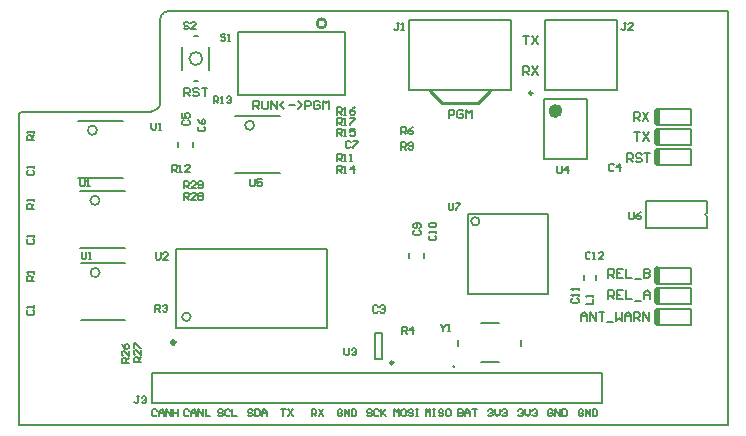
<source format=gto>
G04*
G04 #@! TF.GenerationSoftware,Altium Limited,Altium Designer,18.1.9 (240)*
G04*
G04 Layer_Color=65535*
%FSLAX44Y44*%
%MOMM*%
G71*
G01*
G75*
%ADD10C,0.2000*%
%ADD11C,0.3000*%
%ADD12C,0.1524*%
%ADD13C,0.0000*%
%ADD14C,0.2540*%
%ADD15C,0.2500*%
%ADD16C,0.6000*%
%ADD17C,0.2032*%
%ADD18C,0.5000*%
%ADD19C,0.1500*%
%ADD20C,0.1520*%
D10*
X145606Y91402D02*
G03*
X145606Y91402I-3605J0D01*
G01*
X583074Y179625D02*
G03*
X583074Y176375I0J-1625D01*
G01*
X155500Y310000D02*
G03*
X155500Y310000I-5500J0D01*
G01*
X113151Y43700D02*
X494151D01*
Y18300D02*
Y43700D01*
X113151Y18300D02*
X494151D01*
X113151D02*
Y43700D01*
X133000Y82152D02*
Y148652D01*
X261000D01*
Y82152D02*
Y148652D01*
X133000Y82152D02*
X261000D01*
X446024Y342972D02*
X506984D01*
Y283028D02*
Y342972D01*
X446024Y283028D02*
X506984D01*
X446024D02*
Y342972D01*
X583074Y179625D02*
Y189650D01*
Y166350D02*
Y176375D01*
X531074Y166350D02*
X583074D01*
X531074D02*
Y189650D01*
X583074D01*
X540510Y102216D02*
X569000D01*
Y115716D01*
X540510D02*
X569000D01*
X540510Y119488D02*
X569000D01*
Y132988D01*
X540510D02*
X569000D01*
X540510Y84436D02*
X569000D01*
Y97936D01*
X540510D02*
X569000D01*
X391160Y86090D02*
X406400D01*
X425450Y67040D02*
Y72120D01*
X391160Y53070D02*
X406400D01*
X372110Y67040D02*
Y72120D01*
X540512Y233272D02*
X569002D01*
Y219772D02*
Y233272D01*
X540512Y219772D02*
X569002D01*
X540512Y267278D02*
X569002D01*
Y253778D02*
Y267278D01*
X540512Y253778D02*
X569002D01*
X540512Y250275D02*
X569002D01*
Y236775D02*
Y250275D01*
X540512Y236775D02*
X569002D01*
X416814Y283028D02*
Y342972D01*
X330454D02*
X416814D01*
X330454Y283028D02*
Y342972D01*
Y283028D02*
X416814D01*
X185280Y278820D02*
Y332160D01*
X275958Y278820D02*
Y332160D01*
X185280D02*
X275958D01*
X185280Y278820D02*
X275958D01*
X478421Y122907D02*
Y126907D01*
X488421Y122907D02*
Y126907D01*
X135114Y235000D02*
Y239000D01*
X147614Y235000D02*
Y239000D01*
X343250Y141000D02*
Y145000D01*
X330750Y141000D02*
Y145000D01*
X301546Y55548D02*
X307546D01*
X301546Y77548D02*
X307546D01*
Y55548D02*
Y77548D01*
X301546Y55548D02*
Y77548D01*
X444542Y224690D02*
Y275690D01*
X481542Y224690D02*
Y275690D01*
X444542D02*
X481542D01*
X444542Y224690D02*
X481542D01*
X148250Y290750D02*
X151500D01*
X161500Y300500D02*
Y319500D01*
X148250Y329250D02*
X151500D01*
X138250Y300500D02*
Y319500D01*
X364000Y259332D02*
Y266829D01*
X367749D01*
X368998Y265580D01*
Y263081D01*
X367749Y261831D01*
X364000D01*
X376496Y265580D02*
X375246Y266829D01*
X372747D01*
X371498Y265580D01*
Y260581D01*
X372747Y259332D01*
X375246D01*
X376496Y260581D01*
Y263081D01*
X373997D01*
X378995Y259332D02*
Y266829D01*
X381494Y264330D01*
X383994Y266829D01*
Y259332D01*
X139850Y278000D02*
Y285498D01*
X143599D01*
X144848Y284248D01*
Y281749D01*
X143599Y280499D01*
X139850D01*
X142349D02*
X144848Y278000D01*
X152346Y284248D02*
X151096Y285498D01*
X148597D01*
X147348Y284248D01*
Y282998D01*
X148597Y281749D01*
X151096D01*
X152346Y280499D01*
Y279250D01*
X151096Y278000D01*
X148597D01*
X147348Y279250D01*
X154845Y285498D02*
X159844D01*
X157344D01*
Y278000D01*
X427000Y329498D02*
X431998D01*
X429499D01*
Y322000D01*
X434498Y329498D02*
X439496Y322000D01*
Y329498D02*
X434498Y322000D01*
X427000Y296000D02*
Y303498D01*
X430749D01*
X431998Y302248D01*
Y299749D01*
X430749Y298499D01*
X427000D01*
X429499D02*
X431998Y296000D01*
X434498Y303498D02*
X439496Y296000D01*
Y303498D02*
X434498Y296000D01*
X198651Y267000D02*
Y274498D01*
X202400D01*
X203650Y273248D01*
Y270749D01*
X202400Y269499D01*
X198651D01*
X201150D02*
X203650Y267000D01*
X206149Y274498D02*
Y268250D01*
X207398Y267000D01*
X209897D01*
X211147Y268250D01*
Y274498D01*
X213646Y267000D02*
Y274498D01*
X218645Y267000D01*
Y274498D01*
X224893Y267000D02*
X221144Y270749D01*
X224893Y274498D01*
X228641Y270749D02*
X233640D01*
X236139Y267000D02*
X239888Y270749D01*
X236139Y274498D01*
X242387Y267000D02*
Y274498D01*
X246136D01*
X247386Y273248D01*
Y270749D01*
X246136Y269499D01*
X242387D01*
X254883Y273248D02*
X253633Y274498D01*
X251134D01*
X249885Y273248D01*
Y268250D01*
X251134Y267000D01*
X253633D01*
X254883Y268250D01*
Y270749D01*
X252384D01*
X257382Y267000D02*
Y274498D01*
X259881Y271998D01*
X262381Y274498D01*
Y267000D01*
X499364Y124460D02*
Y131958D01*
X503113D01*
X504362Y130708D01*
Y128209D01*
X503113Y126959D01*
X499364D01*
X501863D02*
X504362Y124460D01*
X511860Y131958D02*
X506862D01*
Y124460D01*
X511860D01*
X506862Y128209D02*
X509361D01*
X514359Y131958D02*
Y124460D01*
X519358D01*
X521857Y123210D02*
X526855D01*
X529354Y131958D02*
Y124460D01*
X533103D01*
X534353Y125710D01*
Y126959D01*
X533103Y128209D01*
X529354D01*
X533103D01*
X534353Y129458D01*
Y130708D01*
X533103Y131958D01*
X529354D01*
X499364Y106172D02*
Y113670D01*
X503113D01*
X504362Y112420D01*
Y109921D01*
X503113Y108671D01*
X499364D01*
X501863D02*
X504362Y106172D01*
X511860Y113670D02*
X506862D01*
Y106172D01*
X511860D01*
X506862Y109921D02*
X509361D01*
X514359Y113670D02*
Y106172D01*
X519358D01*
X521857Y104922D02*
X526855D01*
X529354Y106172D02*
Y111170D01*
X531854Y113670D01*
X534353Y111170D01*
Y106172D01*
Y109921D01*
X529354D01*
X475996Y87884D02*
Y92882D01*
X478495Y95382D01*
X480994Y92882D01*
Y87884D01*
Y91633D01*
X475996D01*
X483494Y87884D02*
Y95382D01*
X488492Y87884D01*
Y95382D01*
X490991D02*
X495990D01*
X493490D01*
Y87884D01*
X498489Y86634D02*
X503487D01*
X505986Y95382D02*
Y87884D01*
X508486Y90383D01*
X510985Y87884D01*
Y95382D01*
X513484Y87884D02*
Y92882D01*
X515983Y95382D01*
X518482Y92882D01*
Y87884D01*
Y91633D01*
X513484D01*
X520982Y87884D02*
Y95382D01*
X524730D01*
X525980Y94132D01*
Y91633D01*
X524730Y90383D01*
X520982D01*
X523481D02*
X525980Y87884D01*
X528479D02*
Y95382D01*
X533478Y87884D01*
Y95382D01*
X520700Y257556D02*
Y265054D01*
X524449D01*
X525698Y263804D01*
Y261305D01*
X524449Y260055D01*
X520700D01*
X523199D02*
X525698Y257556D01*
X528198Y265054D02*
X533196Y257556D01*
Y265054D02*
X528198Y257556D01*
X520954Y247782D02*
X525952D01*
X523453D01*
Y240284D01*
X528452Y247782D02*
X533450Y240284D01*
Y247782D02*
X528452Y240284D01*
X514858Y222250D02*
Y229748D01*
X518607D01*
X519856Y228498D01*
Y225999D01*
X518607Y224749D01*
X514858D01*
X517357D02*
X519856Y222250D01*
X527354Y228498D02*
X526104Y229748D01*
X523605D01*
X522356Y228498D01*
Y227248D01*
X523605Y225999D01*
X526104D01*
X527354Y224749D01*
Y223500D01*
X526104Y222250D01*
X523605D01*
X522356Y223500D01*
X529853Y229748D02*
X534852D01*
X532352D01*
Y222250D01*
D11*
X132460Y69682D02*
G03*
X132460Y69682I-1500J0D01*
G01*
D12*
X199453Y253496D02*
G03*
X199453Y253496I-3877J0D01*
G01*
X390180Y172212D02*
G03*
X390180Y172212I-3592J0D01*
G01*
X68629Y128860D02*
G03*
X68629Y128860I-3877J0D01*
G01*
X68485Y189992D02*
G03*
X68485Y189992I-3877J0D01*
G01*
X66273Y249306D02*
G03*
X66273Y249306I-3877J0D01*
G01*
X380020Y178780D02*
X448020D01*
X380020Y110780D02*
Y178780D01*
Y110780D02*
X448020D01*
Y178780D01*
D13*
X369280Y49080D02*
G03*
X369280Y49080I-1000J0D01*
G01*
D14*
X260210Y339780D02*
G03*
X260210Y339780I-3810J0D01*
G01*
X388630Y272000D02*
X399030Y282700D01*
X358630Y272000D02*
X388630D01*
X348230Y282700D02*
X358630Y272000D01*
D15*
X317046Y52548D02*
G03*
X317046Y52548I-1250J0D01*
G01*
X434792Y280690D02*
G03*
X434792Y280690I-1250J0D01*
G01*
D16*
X457542Y265690D02*
G03*
X457542Y265690I-3000J0D01*
G01*
D17*
X188180Y213240D02*
X221180D01*
X183180D02*
X188180D01*
Y261240D02*
X221180D01*
X183180D02*
X188180D01*
X52356Y136604D02*
X57356D01*
X90356D01*
X52356Y88604D02*
X57356D01*
X90356D01*
X57212Y149736D02*
X90212D01*
X52212D02*
X57212D01*
Y197736D02*
X90212D01*
X52212D02*
X57212D01*
X55000Y209050D02*
X88000D01*
X50000D02*
X55000D01*
Y257050D02*
X88000D01*
X50000D02*
X55000D01*
D18*
X540760Y103696D02*
Y114196D01*
Y120968D02*
Y131468D01*
Y85916D02*
Y96416D01*
X540762Y221252D02*
Y231752D01*
Y255258D02*
Y265758D01*
Y238255D02*
Y248755D01*
D19*
X397282Y11998D02*
X398281Y12998D01*
X400281D01*
X401280Y11998D01*
Y10999D01*
X400281Y9999D01*
X399281D01*
X400281D01*
X401280Y8999D01*
Y8000D01*
X400281Y7000D01*
X398281D01*
X397282Y8000D01*
X403280Y12998D02*
Y8999D01*
X405279Y7000D01*
X407278Y8999D01*
Y12998D01*
X409278Y11998D02*
X410277Y12998D01*
X412277D01*
X413276Y11998D01*
Y10999D01*
X412277Y9999D01*
X411277D01*
X412277D01*
X413276Y8999D01*
Y8000D01*
X412277Y7000D01*
X410277D01*
X409278Y8000D01*
X451999Y11998D02*
X450999Y12998D01*
X449000D01*
X448000Y11998D01*
Y8000D01*
X449000Y7000D01*
X450999D01*
X451999Y8000D01*
Y9999D01*
X449999D01*
X453998Y7000D02*
Y12998D01*
X457997Y7000D01*
Y12998D01*
X459996D02*
Y7000D01*
X462995D01*
X463995Y8000D01*
Y11998D01*
X462995Y12998D01*
X459996D01*
X298999Y11998D02*
X297999Y12998D01*
X296000D01*
X295000Y11998D01*
Y10999D01*
X296000Y9999D01*
X297999D01*
X298999Y8999D01*
Y8000D01*
X297999Y7000D01*
X296000D01*
X295000Y8000D01*
X304997Y11998D02*
X303997Y12998D01*
X301998D01*
X300998Y11998D01*
Y8000D01*
X301998Y7000D01*
X303997D01*
X304997Y8000D01*
X306996Y12998D02*
Y7000D01*
Y8999D01*
X310995Y12998D01*
X307996Y9999D01*
X310995Y7000D01*
X116999Y11998D02*
X115999Y12998D01*
X114000D01*
X113000Y11998D01*
Y8000D01*
X114000Y7000D01*
X115999D01*
X116999Y8000D01*
X118998Y7000D02*
Y10999D01*
X120997Y12998D01*
X122997Y10999D01*
Y7000D01*
Y9999D01*
X118998D01*
X124996Y7000D02*
Y12998D01*
X128995Y7000D01*
Y12998D01*
X130994D02*
Y7000D01*
Y9999D01*
X134993D01*
Y12998D01*
Y7000D01*
X144207Y11998D02*
X143207Y12998D01*
X141208D01*
X140208Y11998D01*
Y8000D01*
X141208Y7000D01*
X143207D01*
X144207Y8000D01*
X146206Y7000D02*
Y10999D01*
X148205Y12998D01*
X150205Y10999D01*
Y7000D01*
Y9999D01*
X146206D01*
X152204Y7000D02*
Y12998D01*
X156203Y7000D01*
Y12998D01*
X158202D02*
Y7000D01*
X162201D01*
X222000Y12998D02*
X225999D01*
X223999D01*
Y7000D01*
X227998Y12998D02*
X231997Y7000D01*
Y12998D02*
X227998Y7000D01*
X197999Y11998D02*
X196999Y12998D01*
X195000D01*
X194000Y11998D01*
Y10999D01*
X195000Y9999D01*
X196999D01*
X197999Y8999D01*
Y8000D01*
X196999Y7000D01*
X195000D01*
X194000Y8000D01*
X199998Y12998D02*
Y7000D01*
X202997D01*
X203997Y8000D01*
Y11998D01*
X202997Y12998D01*
X199998D01*
X205996Y7000D02*
Y10999D01*
X207995Y12998D01*
X209995Y10999D01*
Y7000D01*
Y9999D01*
X205996D01*
X423000Y11998D02*
X424000Y12998D01*
X425999D01*
X426999Y11998D01*
Y10999D01*
X425999Y9999D01*
X424999D01*
X425999D01*
X426999Y8999D01*
Y8000D01*
X425999Y7000D01*
X424000D01*
X423000Y8000D01*
X428998Y12998D02*
Y8999D01*
X430997Y7000D01*
X432997Y8999D01*
Y12998D01*
X434996Y11998D02*
X435996Y12998D01*
X437995D01*
X438995Y11998D01*
Y10999D01*
X437995Y9999D01*
X436996D01*
X437995D01*
X438995Y8999D01*
Y8000D01*
X437995Y7000D01*
X435996D01*
X434996Y8000D01*
X172999Y11998D02*
X171999Y12998D01*
X170000D01*
X169000Y11998D01*
Y10999D01*
X170000Y9999D01*
X171999D01*
X172999Y8999D01*
Y8000D01*
X171999Y7000D01*
X170000D01*
X169000Y8000D01*
X178997Y11998D02*
X177997Y12998D01*
X175998D01*
X174998Y11998D01*
Y8000D01*
X175998Y7000D01*
X177997D01*
X178997Y8000D01*
X180996Y12998D02*
Y7000D01*
X184995D01*
X248000D02*
Y12998D01*
X250999D01*
X251999Y11998D01*
Y9999D01*
X250999Y8999D01*
X248000D01*
X249999D02*
X251999Y7000D01*
X253998Y12998D02*
X257997Y7000D01*
Y12998D02*
X253998Y7000D01*
X318000D02*
Y12998D01*
X319999Y10999D01*
X321999Y12998D01*
Y7000D01*
X326997Y12998D02*
X324998D01*
X323998Y11998D01*
Y8000D01*
X324998Y7000D01*
X326997D01*
X327997Y8000D01*
Y11998D01*
X326997Y12998D01*
X333995Y11998D02*
X332995Y12998D01*
X330996D01*
X329996Y11998D01*
Y10999D01*
X330996Y9999D01*
X332995D01*
X333995Y8999D01*
Y8000D01*
X332995Y7000D01*
X330996D01*
X329996Y8000D01*
X335994Y12998D02*
X337994D01*
X336994D01*
Y7000D01*
X335994D01*
X337994D01*
X344678D02*
Y12998D01*
X346677Y10999D01*
X348677Y12998D01*
Y7000D01*
X350676Y12998D02*
X352675D01*
X351676D01*
Y7000D01*
X350676D01*
X352675D01*
X359673Y11998D02*
X358674Y12998D01*
X356674D01*
X355674Y11998D01*
Y10999D01*
X356674Y9999D01*
X358674D01*
X359673Y8999D01*
Y8000D01*
X358674Y7000D01*
X356674D01*
X355674Y8000D01*
X364672Y12998D02*
X362672D01*
X361673Y11998D01*
Y8000D01*
X362672Y7000D01*
X364672D01*
X365671Y8000D01*
Y11998D01*
X364672Y12998D01*
X273999Y11998D02*
X272999Y12998D01*
X271000D01*
X270000Y11998D01*
Y8000D01*
X271000Y7000D01*
X272999D01*
X273999Y8000D01*
Y9999D01*
X271999D01*
X275998Y7000D02*
Y12998D01*
X279997Y7000D01*
Y12998D01*
X281996D02*
Y7000D01*
X284995D01*
X285995Y8000D01*
Y11998D01*
X284995Y12998D01*
X281996D01*
X372000D02*
Y7000D01*
X374999D01*
X375999Y8000D01*
Y8999D01*
X374999Y9999D01*
X372000D01*
X374999D01*
X375999Y10999D01*
Y11998D01*
X374999Y12998D01*
X372000D01*
X377998Y7000D02*
Y10999D01*
X379997Y12998D01*
X381997Y10999D01*
Y7000D01*
Y9999D01*
X377998D01*
X383996Y12998D02*
X387995D01*
X385995D01*
Y7000D01*
X477999Y11998D02*
X476999Y12998D01*
X475000D01*
X474000Y11998D01*
Y8000D01*
X475000Y7000D01*
X476999D01*
X477999Y8000D01*
Y9999D01*
X475999D01*
X479998Y7000D02*
Y12998D01*
X483997Y7000D01*
Y12998D01*
X485996D02*
Y7000D01*
X488995D01*
X489995Y8000D01*
Y11998D01*
X488995Y12998D01*
X485996D01*
X101999Y23998D02*
X99999D01*
X100999D01*
Y19000D01*
X99999Y18000D01*
X99000D01*
X98000Y19000D01*
X103998Y22998D02*
X104998Y23998D01*
X106997D01*
X107997Y22998D01*
Y21999D01*
X106997Y20999D01*
X105997D01*
X106997D01*
X107997Y19999D01*
Y19000D01*
X106997Y18000D01*
X104998D01*
X103998Y19000D01*
X8002Y156999D02*
X7002Y155999D01*
Y154000D01*
X8002Y153000D01*
X12000D01*
X13000Y154000D01*
Y155999D01*
X12000Y156999D01*
X13000Y158998D02*
Y160997D01*
Y159998D01*
X7002D01*
X8002Y158998D01*
X514285Y340080D02*
X512285D01*
X513285D01*
Y335082D01*
X512285Y334082D01*
X511286D01*
X510286Y335082D01*
X520283Y334082D02*
X516284D01*
X520283Y338081D01*
Y339080D01*
X519283Y340080D01*
X517284D01*
X516284Y339080D01*
X196000Y207738D02*
Y202740D01*
X197000Y201740D01*
X198999D01*
X199999Y202740D01*
Y207738D01*
X205997D02*
X201998D01*
Y204739D01*
X203997Y205739D01*
X204997D01*
X205997Y204739D01*
Y202740D01*
X204997Y201740D01*
X202998D01*
X201998Y202740D01*
X517000Y179998D02*
Y175000D01*
X518000Y174000D01*
X519999D01*
X520999Y175000D01*
Y179998D01*
X526997D02*
X524997Y178998D01*
X522998Y176999D01*
Y175000D01*
X523998Y174000D01*
X525997D01*
X526997Y175000D01*
Y175999D01*
X525997Y176999D01*
X522998D01*
X116228Y145832D02*
Y140834D01*
X117228Y139834D01*
X119227D01*
X120227Y140834D01*
Y145832D01*
X126225Y139834D02*
X122226D01*
X126225Y143833D01*
Y144832D01*
X125225Y145832D01*
X123226D01*
X122226Y144832D01*
X174999Y329998D02*
X173999Y330998D01*
X172000D01*
X171000Y329998D01*
Y328999D01*
X172000Y327999D01*
X173999D01*
X174999Y326999D01*
Y326000D01*
X173999Y325000D01*
X172000D01*
X171000Y326000D01*
X176998Y325000D02*
X178997D01*
X177998D01*
Y330998D01*
X176998Y329998D01*
X321999Y339998D02*
X319999D01*
X320999D01*
Y335000D01*
X319999Y334000D01*
X319000D01*
X318000Y335000D01*
X323998Y334000D02*
X325997D01*
X324998D01*
Y339998D01*
X323998Y338998D01*
X357602Y85042D02*
Y84042D01*
X359601Y82043D01*
X361601Y84042D01*
Y85042D01*
X359601Y82043D02*
Y79044D01*
X363600D02*
X365599D01*
X364600D01*
Y85042D01*
X363600Y84042D01*
X364000Y187608D02*
Y182610D01*
X365000Y181610D01*
X366999D01*
X367999Y182610D01*
Y187608D01*
X369998D02*
X373997D01*
Y186608D01*
X369998Y182610D01*
Y181610D01*
X269526Y253570D02*
Y259568D01*
X272525D01*
X273525Y258568D01*
Y256569D01*
X272525Y255569D01*
X269526D01*
X271525D02*
X273525Y253570D01*
X275524D02*
X277523D01*
X276524D01*
Y259568D01*
X275524Y258568D01*
X280522Y259568D02*
X284521D01*
Y258568D01*
X280522Y254570D01*
Y253570D01*
X269526Y262601D02*
Y268599D01*
X272525D01*
X273525Y267599D01*
Y265600D01*
X272525Y264600D01*
X269526D01*
X271525D02*
X273525Y262601D01*
X275524D02*
X277523D01*
X276524D01*
Y268599D01*
X275524Y267599D01*
X284521Y268599D02*
X282522Y267599D01*
X280522Y265600D01*
Y263601D01*
X281522Y262601D01*
X283521D01*
X284521Y263601D01*
Y264600D01*
X283521Y265600D01*
X280522D01*
X269526Y244680D02*
Y250678D01*
X272525D01*
X273525Y249678D01*
Y247679D01*
X272525Y246679D01*
X269526D01*
X271525D02*
X273525Y244680D01*
X275524D02*
X277523D01*
X276524D01*
Y250678D01*
X275524Y249678D01*
X284521Y250678D02*
X280522D01*
Y247679D01*
X282522Y248679D01*
X283521D01*
X284521Y247679D01*
Y245680D01*
X283521Y244680D01*
X281522D01*
X280522Y245680D01*
X269526Y213315D02*
Y219313D01*
X272525D01*
X273525Y218313D01*
Y216314D01*
X272525Y215314D01*
X269526D01*
X271525D02*
X273525Y213315D01*
X275524D02*
X277523D01*
X276524D01*
Y219313D01*
X275524Y218313D01*
X283521Y213315D02*
Y219313D01*
X280522Y216314D01*
X284521D01*
X165000Y272000D02*
Y277998D01*
X167999D01*
X168999Y276998D01*
Y274999D01*
X167999Y273999D01*
X165000D01*
X166999D02*
X168999Y272000D01*
X170998D02*
X172997D01*
X171998D01*
Y277998D01*
X170998Y276998D01*
X175996D02*
X176996Y277998D01*
X178995D01*
X179995Y276998D01*
Y275999D01*
X178995Y274999D01*
X177996D01*
X178995D01*
X179995Y273999D01*
Y273000D01*
X178995Y272000D01*
X176996D01*
X175996Y273000D01*
X129926Y214000D02*
Y219998D01*
X132925D01*
X133925Y218998D01*
Y216999D01*
X132925Y215999D01*
X129926D01*
X131925D02*
X133925Y214000D01*
X135924D02*
X137923D01*
X136924D01*
Y219998D01*
X135924Y218998D01*
X144921Y214000D02*
X140922D01*
X144921Y217999D01*
Y218998D01*
X143921Y219998D01*
X141922D01*
X140922Y218998D01*
X269526Y223000D02*
Y228998D01*
X272525D01*
X273525Y227998D01*
Y225999D01*
X272525Y224999D01*
X269526D01*
X271525D02*
X273525Y223000D01*
X275524D02*
X277523D01*
X276524D01*
Y228998D01*
X275524Y227998D01*
X280522Y223000D02*
X282522D01*
X281522D01*
Y228998D01*
X280522Y227998D01*
X480482Y102100D02*
X486480D01*
Y106099D01*
Y108098D02*
Y110097D01*
Y109098D01*
X480482D01*
X481482Y108098D01*
X483998Y144998D02*
X482998Y145998D01*
X480999D01*
X479999Y144998D01*
Y140999D01*
X480999Y140000D01*
X482998D01*
X483998Y140999D01*
X485997Y140000D02*
X487996D01*
X486997D01*
Y145998D01*
X485997Y144998D01*
X494994Y140000D02*
X490995D01*
X494994Y143998D01*
Y144998D01*
X493994Y145998D01*
X491995D01*
X490995Y144998D01*
X469002Y107013D02*
X468002Y106013D01*
Y104014D01*
X469002Y103014D01*
X473000D01*
X474000Y104014D01*
Y106013D01*
X473000Y107013D01*
X474000Y109012D02*
Y111011D01*
Y110012D01*
X468002D01*
X469002Y109012D01*
X474000Y114010D02*
Y116010D01*
Y115010D01*
X468002D01*
X469002Y114010D01*
X348558Y160086D02*
X347558Y159086D01*
Y157087D01*
X348558Y156087D01*
X352556D01*
X353556Y157087D01*
Y159086D01*
X352556Y160086D01*
X353556Y162085D02*
Y164084D01*
Y163085D01*
X347558D01*
X348558Y162085D01*
Y167083D02*
X347558Y168083D01*
Y170082D01*
X348558Y171082D01*
X352556D01*
X353556Y170082D01*
Y168083D01*
X352556Y167083D01*
X348558D01*
X335262Y164489D02*
X334262Y163489D01*
Y161490D01*
X335262Y160490D01*
X339260D01*
X340260Y161490D01*
Y163489D01*
X339260Y164489D01*
Y166488D02*
X340260Y167488D01*
Y169487D01*
X339260Y170487D01*
X335262D01*
X334262Y169487D01*
Y167488D01*
X335262Y166488D01*
X336261D01*
X337261Y167488D01*
Y170487D01*
X280999Y238998D02*
X279999Y239998D01*
X278000D01*
X277000Y238998D01*
Y235000D01*
X278000Y234000D01*
X279999D01*
X280999Y235000D01*
X282998Y239998D02*
X286997D01*
Y238998D01*
X282998Y235000D01*
Y234000D01*
X152812Y252429D02*
X151812Y251429D01*
Y249430D01*
X152812Y248430D01*
X156810D01*
X157810Y249430D01*
Y251429D01*
X156810Y252429D01*
X151812Y258427D02*
X152812Y256427D01*
X154811Y254428D01*
X156810D01*
X157810Y255428D01*
Y257427D01*
X156810Y258427D01*
X155811D01*
X154811Y257427D01*
Y254428D01*
X139668Y257825D02*
X138668Y256825D01*
Y254826D01*
X139668Y253826D01*
X143666D01*
X144666Y254826D01*
Y256825D01*
X143666Y257825D01*
X138668Y263823D02*
Y259824D01*
X141667D01*
X140667Y261823D01*
Y262823D01*
X141667Y263823D01*
X143666D01*
X144666Y262823D01*
Y260824D01*
X143666Y259824D01*
X503999Y219998D02*
X502999Y220998D01*
X501000D01*
X500000Y219998D01*
Y216000D01*
X501000Y215000D01*
X502999D01*
X503999Y216000D01*
X508997Y215000D02*
Y220998D01*
X505998Y217999D01*
X509997D01*
X53340Y146206D02*
Y141208D01*
X54340Y140208D01*
X56339D01*
X57339Y141208D01*
Y146206D01*
X59338Y140208D02*
X61337D01*
X60338D01*
Y146206D01*
X59338Y145206D01*
X8002Y215327D02*
X7002Y214327D01*
Y212328D01*
X8002Y211328D01*
X12000D01*
X13000Y212328D01*
Y214327D01*
X12000Y215327D01*
X13000Y217326D02*
Y219325D01*
Y218326D01*
X7002D01*
X8002Y217326D01*
X275844Y64672D02*
Y59674D01*
X276844Y58674D01*
X278843D01*
X279843Y59674D01*
Y64672D01*
X281842Y63672D02*
X282842Y64672D01*
X284841D01*
X285841Y63672D01*
Y62673D01*
X284841Y61673D01*
X283841D01*
X284841D01*
X285841Y60673D01*
Y59674D01*
X284841Y58674D01*
X282842D01*
X281842Y59674D01*
X324000Y233000D02*
Y238998D01*
X326999D01*
X327999Y237998D01*
Y235999D01*
X326999Y234999D01*
X324000D01*
X325999D02*
X327999Y233000D01*
X329998Y234000D02*
X330998Y233000D01*
X332997D01*
X333997Y234000D01*
Y237998D01*
X332997Y238998D01*
X330998D01*
X329998Y237998D01*
Y236999D01*
X330998Y235999D01*
X333997D01*
X324000Y246000D02*
Y251998D01*
X326999D01*
X327999Y250998D01*
Y248999D01*
X326999Y247999D01*
X324000D01*
X325999D02*
X327999Y246000D01*
X333997Y251998D02*
X331997Y250998D01*
X329998Y248999D01*
Y247000D01*
X330998Y246000D01*
X332997D01*
X333997Y247000D01*
Y247999D01*
X332997Y248999D01*
X329998D01*
X140000Y200000D02*
Y205998D01*
X142999D01*
X143999Y204998D01*
Y202999D01*
X142999Y201999D01*
X140000D01*
X141999D02*
X143999Y200000D01*
X149997D02*
X145998D01*
X149997Y203999D01*
Y204998D01*
X148997Y205998D01*
X146998D01*
X145998Y204998D01*
X151996Y201000D02*
X152996Y200000D01*
X154995D01*
X155995Y201000D01*
Y204998D01*
X154995Y205998D01*
X152996D01*
X151996Y204998D01*
Y203999D01*
X152996Y202999D01*
X155995D01*
X140068Y190500D02*
Y196498D01*
X143067D01*
X144067Y195498D01*
Y193499D01*
X143067Y192499D01*
X140068D01*
X142067D02*
X144067Y190500D01*
X150065D02*
X146066D01*
X150065Y194499D01*
Y195498D01*
X149065Y196498D01*
X147066D01*
X146066Y195498D01*
X152064D02*
X153064Y196498D01*
X155063D01*
X156063Y195498D01*
Y194499D01*
X155063Y193499D01*
X156063Y192499D01*
Y191500D01*
X155063Y190500D01*
X153064D01*
X152064Y191500D01*
Y192499D01*
X153064Y193499D01*
X152064Y194499D01*
Y195498D01*
X153064Y193499D02*
X155063D01*
X324692Y76962D02*
Y82960D01*
X327691D01*
X328691Y81960D01*
Y79961D01*
X327691Y78961D01*
X324692D01*
X326691D02*
X328691Y76962D01*
X333689D02*
Y82960D01*
X330690Y79961D01*
X334689D01*
X115824Y95758D02*
Y101756D01*
X118823D01*
X119823Y100756D01*
Y98757D01*
X118823Y97757D01*
X115824D01*
X117823D02*
X119823Y95758D01*
X121822Y100756D02*
X122822Y101756D01*
X124821D01*
X125821Y100756D01*
Y99757D01*
X124821Y98757D01*
X123821D01*
X124821D01*
X125821Y97757D01*
Y96758D01*
X124821Y95758D01*
X122822D01*
X121822Y96758D01*
X303999Y99998D02*
X302999Y100998D01*
X301000D01*
X300000Y99998D01*
Y96000D01*
X301000Y95000D01*
X302999D01*
X303999Y96000D01*
X305998Y99998D02*
X306998Y100998D01*
X308997D01*
X309997Y99998D01*
Y98999D01*
X308997Y97999D01*
X307997D01*
X308997D01*
X309997Y96999D01*
Y96000D01*
X308997Y95000D01*
X306998D01*
X305998Y96000D01*
X13000Y241000D02*
X7002D01*
Y243999D01*
X8002Y244999D01*
X10001D01*
X11001Y243999D01*
Y241000D01*
Y242999D02*
X13000Y244999D01*
Y246998D02*
Y248997D01*
Y247998D01*
X7002D01*
X8002Y246998D01*
X456024Y219028D02*
Y214030D01*
X457024Y213030D01*
X459024D01*
X460023Y214030D01*
Y219028D01*
X465022Y213030D02*
Y219028D01*
X462023Y216029D01*
X466021D01*
X52000Y207738D02*
Y202740D01*
X53000Y201740D01*
X54999D01*
X55999Y202740D01*
Y207738D01*
X57998Y201740D02*
X59997D01*
X58998D01*
Y207738D01*
X57998Y206738D01*
X112390Y255844D02*
Y250846D01*
X113390Y249846D01*
X115389D01*
X116389Y250846D01*
Y255844D01*
X118388Y249846D02*
X120387D01*
X119388D01*
Y255844D01*
X118388Y254844D01*
X13000Y122000D02*
X7002D01*
Y124999D01*
X8002Y125999D01*
X10001D01*
X11001Y124999D01*
Y122000D01*
Y123999D02*
X13000Y125999D01*
Y127998D02*
Y129997D01*
Y128998D01*
X7002D01*
X8002Y127998D01*
X13000Y183000D02*
X7002D01*
Y185999D01*
X8002Y186999D01*
X10001D01*
X11001Y185999D01*
Y183000D01*
Y184999D02*
X13000Y186999D01*
Y188998D02*
Y190997D01*
Y189998D01*
X7002D01*
X8002Y188998D01*
Y96999D02*
X7002Y95999D01*
Y94000D01*
X8002Y93000D01*
X12000D01*
X13000Y94000D01*
Y95999D01*
X12000Y96999D01*
X13000Y98998D02*
Y100997D01*
Y99998D01*
X7002D01*
X8002Y98998D01*
X143849Y339998D02*
X142849Y340998D01*
X140850D01*
X139850Y339998D01*
Y338999D01*
X140850Y337999D01*
X142849D01*
X143849Y336999D01*
Y336000D01*
X142849Y335000D01*
X140850D01*
X139850Y336000D01*
X149847Y335000D02*
X145848D01*
X149847Y338999D01*
Y339998D01*
X148847Y340998D01*
X146848D01*
X145848Y339998D01*
X103501Y53001D02*
X97503D01*
Y56000D01*
X98502Y56999D01*
X100502D01*
X101501Y56000D01*
Y53001D01*
Y55000D02*
X103501Y56999D01*
Y62997D02*
Y58999D01*
X99502Y62997D01*
X98502D01*
X97503Y61998D01*
Y59998D01*
X98502Y58999D01*
X97503Y64997D02*
Y68995D01*
X98502D01*
X102501Y64997D01*
X103501D01*
X93094Y52376D02*
X87096D01*
Y55375D01*
X88096Y56375D01*
X90095D01*
X91095Y55375D01*
Y52376D01*
Y54375D02*
X93094Y56375D01*
Y62373D02*
Y58374D01*
X89095Y62373D01*
X88096D01*
X87096Y61373D01*
Y59374D01*
X88096Y58374D01*
X87096Y68371D02*
X88096Y66371D01*
X90095Y64372D01*
X92094D01*
X93094Y65372D01*
Y67371D01*
X92094Y68371D01*
X91095D01*
X90095Y67371D01*
Y64372D01*
D20*
X0Y0D02*
Y261586D01*
Y0D02*
X600202D01*
Y350012D01*
X129000D02*
X600202D01*
X126828Y350000D02*
X129000Y350012D01*
X126156Y350000D02*
X126828Y350000D01*
X124837Y349738D02*
X126156Y350000D01*
X123594Y349223D02*
X124837Y349738D01*
X122476Y348475D02*
X123594Y349223D01*
X122000Y348000D02*
X122476Y348475D01*
X121524Y347524D02*
X122000Y348000D01*
X120777Y346406D02*
X121524Y347524D01*
X120262Y345163D02*
X120777Y346406D01*
X120000Y343844D02*
X120262Y345163D01*
X120000Y343172D02*
Y343844D01*
X120000Y274828D02*
X120000Y343172D01*
X120000Y274828D02*
X120053Y273918D01*
X119892Y272102D02*
X120053Y273918D01*
X119380Y270353D02*
X119892Y272102D01*
X118536Y268738D02*
X119380Y270353D01*
X118000Y268000D02*
X118536Y268738D01*
X117184Y267300D02*
X118000Y268000D01*
X115368Y266155D02*
X117184Y267300D01*
X113363Y265387D02*
X115368Y266155D01*
X111246Y265024D02*
X113363Y265387D01*
X110172Y265000D02*
X111246Y265024D01*
X3414Y265000D02*
X110172D01*
X3078Y265000D02*
X3414Y265000D01*
X2418Y264869D02*
X3078Y265000D01*
X1797Y264611D02*
X2418Y264869D01*
X1238Y264238D02*
X1797Y264611D01*
X1000Y264000D02*
X1238Y264238D01*
X762Y263762D02*
X1000Y264000D01*
X389Y263203D02*
X762Y263762D01*
X131Y262582D02*
X389Y263203D01*
X0Y261922D02*
X131Y262582D01*
X0Y261586D02*
Y261922D01*
M02*

</source>
